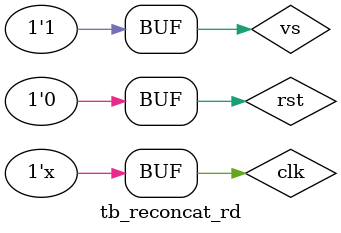
<source format=v>
`timescale 1ns / 1ps


module tb_reconcat_rd(

    );

reg clk;
reg rst;
reg vs;

 wire [16*3*2-1:0]PIXEL_DATA_O;

reconcat_rd 
    #(.C_MAX_PORT_NUM(2),
      .C_DDR_PIXEL_MAX_BYTE_NUM(8),
      .C_MAX_BPC(16))
reconcat_rd_u  
(
.CLK_I                 (clk),
.RST_I                 (rst),
.PIXEL_VS_I            (vs),
.PIXEL_HS_I            (0),
.PIXEL_DE_I            (0),
.PIXEL_DATA_I          ({8'h00,8'h00,8'h00,8'h00,8'h00,8'h00,8'hff,8'hdd,8'hcc,8'hbb,8'haa,    
                          8'h55,8'h44,8'h33,8'h22,8'h11  
    }),// [C_DDR_PIXEL_MAX_BYTE_NUM*8*C_MAX_PORT_NUM-1:0] 像素紧凑
.ACTUAL_DDR_BYTE_NUM_I (5),// [7:0]  mean how to analyze PIXEL_DATA_I
.TARGET_BPC_I          (8),// [3:0] mean how to analyze PIXEL_DATA_I
.PIXEL_VS_O            (vs_o),
.PIXEL_HS_O            (hs_o),
.PIXEL_DE_O            (de_o),
.PIXEL_DATA_O          (PIXEL_DATA_O)// [C_MAX_BPC*3*C_MAX_PORT_NUM-1:0] {R G B } or  {0 U Y } or {U Y Y}/{V Y Y}

);

always #5 clk = ~clk;

initial begin
    vs = 0;
    clk = 0;
    rst = 1;
    #500;
    rst = 0;
    #400;
    
    vs = 1;
    
    


end
    
    
endmodule

</source>
